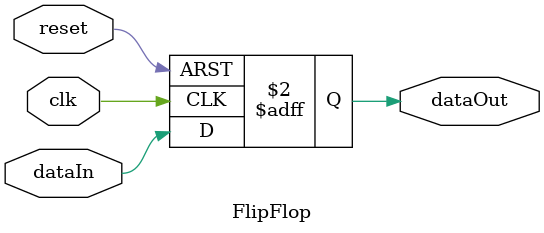
<source format=sv>
module FlipFlop (input  logic dataIn, 
					  input  logic clk, 
					  input  logic reset, 
					  output logic dataOut);

	always @(posedge clk, posedge reset) begin 
		if(reset) dataOut <= 0;
		else dataOut <= dataIn;
	end					  
endmodule

</source>
